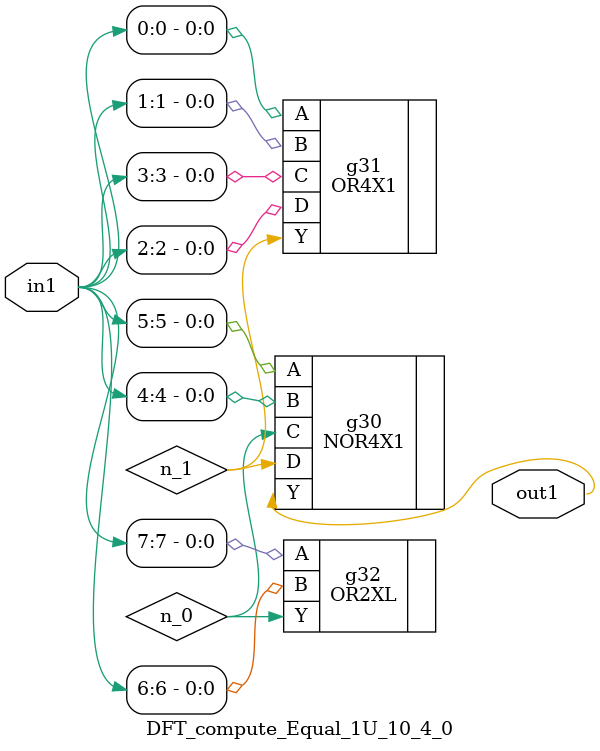
<source format=v>
`timescale 1ps / 1ps


module DFT_compute_Equal_1U_10_4_0(in1, out1);
  input [7:0] in1;
  output out1;
  wire [7:0] in1;
  wire out1;
  wire n_0, n_1;
  NOR4X1 g30(.A (in1[5]), .B (in1[4]), .C (n_0), .D (n_1), .Y (out1));
  OR4X1 g31(.A (in1[0]), .B (in1[1]), .C (in1[3]), .D (in1[2]), .Y
       (n_1));
  OR2XL g32(.A (in1[7]), .B (in1[6]), .Y (n_0));
endmodule



</source>
